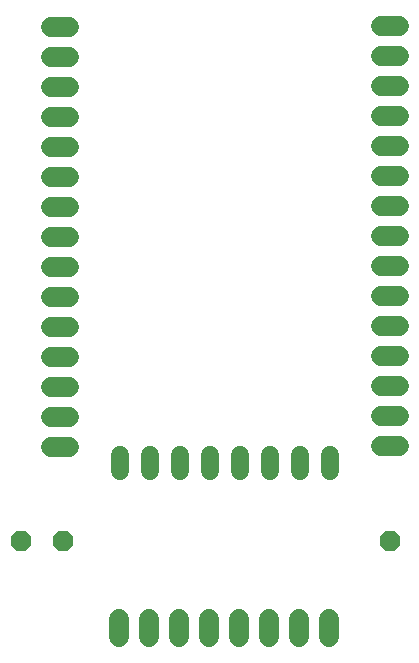
<source format=gbr>
G04 EAGLE Gerber RS-274X export*
G75*
%MOMM*%
%FSLAX34Y34*%
%LPD*%
%INSoldermask Top*%
%IPPOS*%
%AMOC8*
5,1,8,0,0,1.08239X$1,22.5*%
G01*
%ADD10P,1.869504X8X22.500000*%
%ADD11C,1.524000*%
%ADD12C,1.727200*%
%ADD13C,0.959600*%
D10*
X22860Y22860D03*
D11*
X284200Y82171D02*
X284200Y95379D01*
X258800Y95379D02*
X258800Y82171D01*
X233400Y82171D02*
X233400Y95379D01*
X208000Y95379D02*
X208000Y82171D01*
X182600Y82171D02*
X182600Y95379D01*
X157200Y95379D02*
X157200Y82171D01*
X131800Y82171D02*
X131800Y95379D01*
X106400Y95379D02*
X106400Y82171D01*
D10*
X335200Y22860D03*
X58420Y22860D03*
D12*
X327580Y458400D02*
X342820Y458400D01*
X342820Y433000D02*
X327580Y433000D01*
X327580Y407600D02*
X342820Y407600D01*
X342820Y382200D02*
X327580Y382200D01*
X327580Y356800D02*
X342820Y356800D01*
X342820Y331400D02*
X327580Y331400D01*
X327580Y306000D02*
X342820Y306000D01*
X342820Y280600D02*
X327580Y280600D01*
X327580Y255200D02*
X342820Y255200D01*
X342820Y229800D02*
X327580Y229800D01*
X327580Y204400D02*
X342820Y204400D01*
X342820Y179000D02*
X327580Y179000D01*
X327580Y153600D02*
X342820Y153600D01*
X342820Y128200D02*
X327580Y128200D01*
X327580Y102800D02*
X342820Y102800D01*
X63860Y457400D02*
X48620Y457400D01*
X48620Y432000D02*
X63860Y432000D01*
X63860Y406600D02*
X48620Y406600D01*
X48620Y381200D02*
X63860Y381200D01*
X63860Y355800D02*
X48620Y355800D01*
X48620Y330400D02*
X63860Y330400D01*
X63860Y305000D02*
X48620Y305000D01*
X48620Y279600D02*
X63860Y279600D01*
X63860Y254200D02*
X48620Y254200D01*
X48620Y228800D02*
X63860Y228800D01*
X63860Y203400D02*
X48620Y203400D01*
X48620Y178000D02*
X63860Y178000D01*
X63860Y152600D02*
X48620Y152600D01*
X48620Y127200D02*
X63860Y127200D01*
X63860Y101800D02*
X48620Y101800D01*
X106100Y-43480D02*
X106100Y-58720D01*
X131500Y-58720D02*
X131500Y-43480D01*
X156900Y-43480D02*
X156900Y-58720D01*
X182300Y-58720D02*
X182300Y-43480D01*
X207700Y-43480D02*
X207700Y-58720D01*
X233100Y-58720D02*
X233100Y-43480D01*
X258500Y-43480D02*
X258500Y-58720D01*
X283900Y-58720D02*
X283900Y-43480D01*
D13*
X58025Y24525D03*
M02*

</source>
